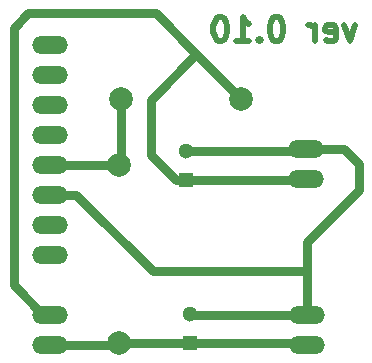
<source format=gbr>
G04 #@! TF.FileFunction,Copper,L2,Bot,Signal*
%FSLAX46Y46*%
G04 Gerber Fmt 4.6, Leading zero omitted, Abs format (unit mm)*
G04 Created by KiCad (PCBNEW (2014-11-09 BZR 5259)-product) date Ter 07 Abr 2015 16:37:40 BRT*
%MOMM*%
G01*
G04 APERTURE LIST*
%ADD10C,0.100000*%
%ADD11C,0.500000*%
%ADD12R,1.300000X1.300000*%
%ADD13C,1.300000*%
%ADD14O,3.014980X1.506220*%
%ADD15C,1.998980*%
%ADD16C,0.800000*%
G04 APERTURE END LIST*
D10*
D11*
X155414860Y-116472389D02*
X154938669Y-117805722D01*
X154462479Y-116472389D01*
X152938669Y-117710484D02*
X153129145Y-117805722D01*
X153510097Y-117805722D01*
X153700574Y-117710484D01*
X153795812Y-117520008D01*
X153795812Y-116758103D01*
X153700574Y-116567627D01*
X153510097Y-116472389D01*
X153129145Y-116472389D01*
X152938669Y-116567627D01*
X152843431Y-116758103D01*
X152843431Y-116948579D01*
X153795812Y-117139055D01*
X151986288Y-117805722D02*
X151986288Y-116472389D01*
X151986288Y-116853341D02*
X151891049Y-116662865D01*
X151795811Y-116567627D01*
X151605335Y-116472389D01*
X151414859Y-116472389D01*
X148843430Y-115805722D02*
X148652954Y-115805722D01*
X148462478Y-115900960D01*
X148367240Y-115996198D01*
X148272002Y-116186674D01*
X148176763Y-116567627D01*
X148176763Y-117043817D01*
X148272002Y-117424770D01*
X148367240Y-117615246D01*
X148462478Y-117710484D01*
X148652954Y-117805722D01*
X148843430Y-117805722D01*
X149033906Y-117710484D01*
X149129144Y-117615246D01*
X149224383Y-117424770D01*
X149319621Y-117043817D01*
X149319621Y-116567627D01*
X149224383Y-116186674D01*
X149129144Y-115996198D01*
X149033906Y-115900960D01*
X148843430Y-115805722D01*
X147319621Y-117615246D02*
X147224382Y-117710484D01*
X147319621Y-117805722D01*
X147414859Y-117710484D01*
X147319621Y-117615246D01*
X147319621Y-117805722D01*
X145319620Y-117805722D02*
X146462478Y-117805722D01*
X145891049Y-117805722D02*
X145891049Y-115805722D01*
X146081525Y-116091436D01*
X146272001Y-116281912D01*
X146462478Y-116377150D01*
X144081525Y-115805722D02*
X143891049Y-115805722D01*
X143700573Y-115900960D01*
X143605335Y-115996198D01*
X143510097Y-116186674D01*
X143414858Y-116567627D01*
X143414858Y-117043817D01*
X143510097Y-117424770D01*
X143605335Y-117615246D01*
X143700573Y-117710484D01*
X143891049Y-117805722D01*
X144081525Y-117805722D01*
X144272001Y-117710484D01*
X144367239Y-117615246D01*
X144462478Y-117424770D01*
X144557716Y-117043817D01*
X144557716Y-116567627D01*
X144462478Y-116186674D01*
X144367239Y-115996198D01*
X144272001Y-115900960D01*
X144081525Y-115805722D01*
D12*
X141084300Y-129616200D03*
D13*
X141084300Y-127116200D03*
D12*
X141439900Y-143395700D03*
D13*
X141439900Y-140895700D03*
D14*
X129540000Y-133350000D03*
X129540000Y-135890000D03*
X129540000Y-118110000D03*
X129540000Y-120650000D03*
X129540000Y-123190000D03*
X129540000Y-125730000D03*
X129540000Y-128270000D03*
X129540000Y-130810000D03*
X129550160Y-140972540D03*
X129550160Y-143512540D03*
X151211280Y-129514600D03*
X151211280Y-126974600D03*
X151307800Y-143510000D03*
X151307800Y-140970000D03*
D15*
X135559800Y-122682000D03*
X145719800Y-122682000D03*
X135397240Y-128344280D03*
X135397240Y-143344280D03*
D16*
X141084300Y-129616200D02*
X140230860Y-129616200D01*
X138097260Y-122811540D02*
X141973300Y-118935500D01*
X138097260Y-127482600D02*
X138097260Y-122811540D01*
X140230860Y-129616200D02*
X138097260Y-127482600D01*
X151109680Y-129616200D02*
X151211280Y-129514600D01*
X141084300Y-129616200D02*
X151109680Y-129616200D01*
X138518900Y-115481100D02*
X141973300Y-118935500D01*
X129009140Y-140972540D02*
X126492000Y-138455400D01*
X126492000Y-138455400D02*
X126492000Y-116700300D01*
X126492000Y-116700300D02*
X127711200Y-115481100D01*
X127711200Y-115481100D02*
X138518900Y-115481100D01*
X141973300Y-118935500D02*
X145719800Y-122682000D01*
X129550160Y-140972540D02*
X129009140Y-140972540D01*
X141514200Y-140970000D02*
X141439900Y-140895700D01*
X151307800Y-140970000D02*
X141514200Y-140970000D01*
X151307800Y-134797800D02*
X155702000Y-130403600D01*
X155702000Y-130403600D02*
X155702000Y-128244600D01*
X155702000Y-128244600D02*
X154432000Y-126974600D01*
X154432000Y-126974600D02*
X151211280Y-126974600D01*
X151307800Y-137274300D02*
X151307800Y-134797800D01*
X151307800Y-140970000D02*
X151307800Y-137274300D01*
X151069680Y-127116200D02*
X151211280Y-126974600D01*
X141084300Y-127116200D02*
X151069680Y-127116200D01*
X131800600Y-130810000D02*
X138264900Y-137274300D01*
X138264900Y-137274300D02*
X151307800Y-137274300D01*
X129540000Y-130810000D02*
X131800600Y-130810000D01*
X135228980Y-143512540D02*
X135397240Y-143344280D01*
X129550160Y-143512540D02*
X135228980Y-143512540D01*
X141388480Y-143344280D02*
X141439900Y-143395700D01*
X135397240Y-143344280D02*
X141388480Y-143344280D01*
X151193500Y-143395700D02*
X151307800Y-143510000D01*
X141439900Y-143395700D02*
X151193500Y-143395700D01*
X135559800Y-128033160D02*
X135559800Y-122682000D01*
X135322960Y-128270000D02*
X135559800Y-128033160D01*
X129540000Y-128270000D02*
X135322960Y-128270000D01*
M02*

</source>
